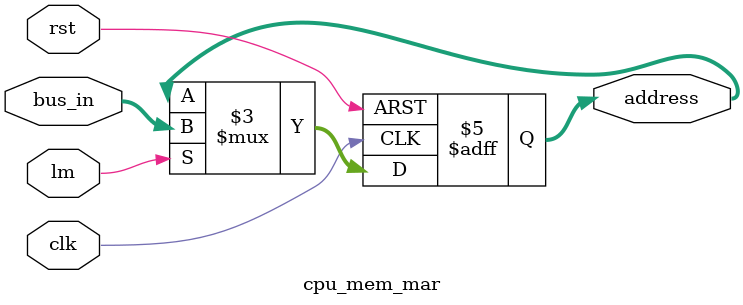
<source format=v>
module cpu_mem_mar(bus_in, address, clk, rst, lm);
input clk, rst;
input [3:0] bus_in;
output reg [3:0] address;
input lm;

always @(posedge clk, negedge rst)
    if (!rst)
        address <= 0;
    else
        if (lm)
            address <= bus_in;

endmodule
</source>
